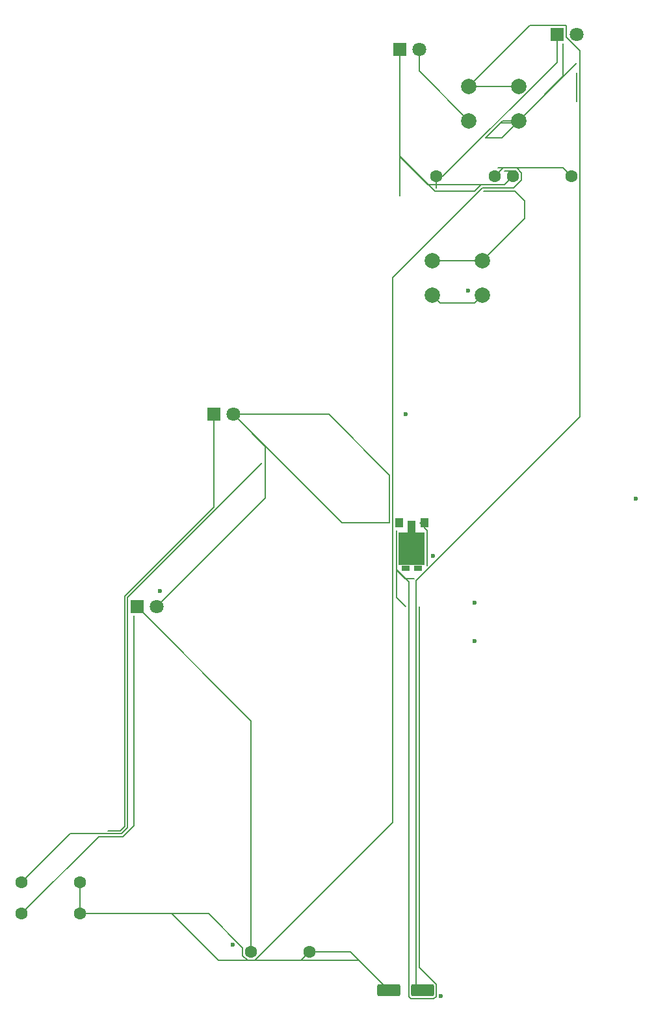
<source format=gbr>
%TF.GenerationSoftware,KiCad,Pcbnew,9.0.2*%
%TF.CreationDate,2025-06-05T12:57:38-04:00*%
%TF.ProjectId,athena workshop,61746865-6e61-4207-976f-726b73686f70,rev?*%
%TF.SameCoordinates,Original*%
%TF.FileFunction,Copper,L1,Top*%
%TF.FilePolarity,Positive*%
%FSLAX46Y46*%
G04 Gerber Fmt 4.6, Leading zero omitted, Abs format (unit mm)*
G04 Created by KiCad (PCBNEW 9.0.2) date 2025-06-05 12:57:38*
%MOMM*%
%LPD*%
G01*
G04 APERTURE LIST*
G04 Aperture macros list*
%AMRoundRect*
0 Rectangle with rounded corners*
0 $1 Rounding radius*
0 $2 $3 $4 $5 $6 $7 $8 $9 X,Y pos of 4 corners*
0 Add a 4 corners polygon primitive as box body*
4,1,4,$2,$3,$4,$5,$6,$7,$8,$9,$2,$3,0*
0 Add four circle primitives for the rounded corners*
1,1,$1+$1,$2,$3*
1,1,$1+$1,$4,$5*
1,1,$1+$1,$6,$7*
1,1,$1+$1,$8,$9*
0 Add four rect primitives between the rounded corners*
20,1,$1+$1,$2,$3,$4,$5,0*
20,1,$1+$1,$4,$5,$6,$7,0*
20,1,$1+$1,$6,$7,$8,$9,0*
20,1,$1+$1,$8,$9,$2,$3,0*%
G04 Aperture macros list end*
%TA.AperFunction,ComponentPad*%
%ADD10C,1.600000*%
%TD*%
%TA.AperFunction,SMDPad,CuDef*%
%ADD11R,1.100000X1.300000*%
%TD*%
%TA.AperFunction,SMDPad,CuDef*%
%ADD12R,1.000000X0.650000*%
%TD*%
%TA.AperFunction,SMDPad,CuDef*%
%ADD13R,1.000000X1.500000*%
%TD*%
%TA.AperFunction,SMDPad,CuDef*%
%ADD14R,3.400000X4.300000*%
%TD*%
%TA.AperFunction,ComponentPad*%
%ADD15R,1.800000X1.800000*%
%TD*%
%TA.AperFunction,ComponentPad*%
%ADD16C,1.800000*%
%TD*%
%TA.AperFunction,SMDPad,CuDef*%
%ADD17RoundRect,0.250000X-1.250000X-0.550000X1.250000X-0.550000X1.250000X0.550000X-1.250000X0.550000X0*%
%TD*%
%TA.AperFunction,ComponentPad*%
%ADD18C,2.000000*%
%TD*%
%TA.AperFunction,ViaPad*%
%ADD19C,0.600000*%
%TD*%
%TA.AperFunction,Conductor*%
%ADD20C,0.200000*%
%TD*%
G04 APERTURE END LIST*
D10*
%TO.P,R3,2*%
%TO.N,Net-(BT1--)*%
X102500000Y-160000000D03*
%TO.P,R3,1*%
%TO.N,Net-(D4-K)*%
X94880000Y-160000000D03*
%TD*%
%TO.P,R5,2*%
%TO.N,Net-(BT1--)*%
X72620000Y-155000000D03*
%TO.P,R5,1*%
%TO.N,Net-(D3-K)*%
X65000000Y-155000000D03*
%TD*%
%TO.P,R4,1*%
%TO.N,Net-(M1--)*%
X65000000Y-150950000D03*
%TO.P,R4,2*%
%TO.N,Net-(BT1--)*%
X72620000Y-150950000D03*
%TD*%
D11*
%TO.P,M1,1,+*%
%TO.N,Net-(D3-A)*%
X114150000Y-104125000D03*
%TO.P,M1,2,-*%
%TO.N,Net-(M1--)*%
X117450000Y-104125000D03*
D12*
%TO.P,M1,SH*%
%TO.N,N/C*%
X115000000Y-110000000D03*
D13*
X115800000Y-104625000D03*
D14*
X115800000Y-107525000D03*
D12*
X116600000Y-110000000D03*
%TD*%
D15*
%TO.P,D3,1,K*%
%TO.N,Net-(D3-K)*%
X90000000Y-90000000D03*
D16*
%TO.P,D3,2,A*%
%TO.N,Net-(D3-A)*%
X92540000Y-90000000D03*
%TD*%
D15*
%TO.P,D4,1,K*%
%TO.N,Net-(D4-K)*%
X80000000Y-115000000D03*
D16*
%TO.P,D4,2,A*%
%TO.N,Net-(D3-A)*%
X82540000Y-115000000D03*
%TD*%
D17*
%TO.P,C1,2*%
%TO.N,Net-(BT1-+)*%
X117200000Y-165000000D03*
%TO.P,C1,1*%
%TO.N,Net-(BT1--)*%
X112800000Y-165000000D03*
%TD*%
D18*
%TO.P,SW2,1,1*%
%TO.N,Net-(D1-A)*%
X118500000Y-70000000D03*
X125000000Y-70000000D03*
%TO.P,SW2,2,2*%
%TO.N,Net-(D3-A)*%
X118500000Y-74500000D03*
X125000000Y-74500000D03*
%TD*%
%TO.P,SW1,1,1*%
%TO.N,Net-(BT1-+)*%
X123250000Y-47250000D03*
X129750000Y-47250000D03*
%TO.P,SW1,2,2*%
%TO.N,Net-(D1-A)*%
X123250000Y-51750000D03*
X129750000Y-51750000D03*
%TD*%
D15*
%TO.P,D2,1,K*%
%TO.N,Net-(D2-K)*%
X134725000Y-40500000D03*
D16*
%TO.P,D2,2,A*%
%TO.N,Net-(D1-A)*%
X137265000Y-40500000D03*
%TD*%
D10*
%TO.P,R2,1*%
%TO.N,Net-(D2-K)*%
X119000000Y-59000000D03*
%TO.P,R2,2*%
%TO.N,Net-(BT1--)*%
X126620000Y-59000000D03*
%TD*%
D15*
%TO.P,D1,1,K*%
%TO.N,Net-(D1-K)*%
X114225000Y-42500000D03*
D16*
%TO.P,D1,2,A*%
%TO.N,Net-(D1-A)*%
X116765000Y-42500000D03*
%TD*%
D10*
%TO.P,R1,1*%
%TO.N,Net-(D1-K)*%
X129000000Y-59000000D03*
%TO.P,R1,2*%
%TO.N,Net-(BT1--)*%
X136620000Y-59000000D03*
%TD*%
D19*
%TO.N,*%
X92500000Y-159050000D03*
X92500000Y-159050000D03*
X119580000Y-165750000D03*
%TO.N,Net-(D3-A)*%
X118500000Y-74500000D03*
X118500000Y-74500000D03*
X118500000Y-74500000D03*
X118500000Y-74500000D03*
%TO.N,*%
X123110000Y-73910000D03*
X145000000Y-100950000D03*
X145000000Y-100950000D03*
X118590000Y-108435000D03*
X83040000Y-113030000D03*
X123980000Y-119525000D03*
X123980000Y-114525000D03*
X115000000Y-90000000D03*
%TD*%
D20*
%TO.N,Net-(BT1--)*%
X108901000Y-161101000D02*
X101399000Y-161101000D01*
X112800000Y-165000000D02*
X108901000Y-161101000D01*
%TO.N,Net-(D2-K)*%
X134725000Y-44114892D02*
X134725000Y-40500000D01*
X119839892Y-59000000D02*
X134725000Y-44114892D01*
X119000000Y-59000000D02*
X119839892Y-59000000D01*
%TO.N,Net-(D1-K)*%
X129289950Y-58300000D02*
X127887100Y-58300000D01*
X129494975Y-59494975D02*
X129494975Y-58505025D01*
X129494975Y-58505025D02*
X129289950Y-58300000D01*
%TO.N,Net-(D1-A)*%
X118500000Y-70000000D02*
X125000000Y-70000000D01*
%TO.N,Net-(D3-A)*%
X105000000Y-90000000D02*
X112898000Y-97898000D01*
X112898000Y-97898000D02*
X112898000Y-104125000D01*
X92540000Y-90000000D02*
X105000000Y-90000000D01*
X96700000Y-94160000D02*
X92540000Y-90000000D01*
X82540000Y-115000000D02*
X96700000Y-100840000D01*
X96700000Y-100840000D02*
X96700000Y-94160000D01*
%TO.N,Net-(D4-K)*%
X94880000Y-129880000D02*
X80000000Y-115000000D01*
X94880000Y-160000000D02*
X94880000Y-129880000D01*
%TO.N,Net-(BT1--)*%
X107800000Y-160000000D02*
X102500000Y-160000000D01*
X112800000Y-165000000D02*
X107800000Y-160000000D01*
%TO.N,Net-(D1-K)*%
X129000000Y-59000000D02*
X129494975Y-59494975D01*
%TO.N,Net-(BT1--)*%
X89312900Y-155000000D02*
X72620000Y-155000000D01*
X93779000Y-159466100D02*
X89312900Y-155000000D01*
X93779000Y-160456050D02*
X93779000Y-159466100D01*
X94423950Y-161101000D02*
X93779000Y-160456050D01*
X95336050Y-161101000D02*
X94423950Y-161101000D01*
X129055050Y-60502000D02*
X125000000Y-60502000D01*
X130101000Y-59456050D02*
X129055050Y-60502000D01*
X130101000Y-58543950D02*
X130101000Y-59456050D01*
X125000000Y-60502000D02*
X113299000Y-72203000D01*
X129456050Y-57899000D02*
X130101000Y-58543950D01*
X113299000Y-72203000D02*
X113299000Y-143138050D01*
X113299000Y-143138050D02*
X95336050Y-161101000D01*
X127721000Y-57899000D02*
X129456050Y-57899000D01*
%TO.N,Net-(D1-A)*%
X116765000Y-45265000D02*
X123250000Y-51750000D01*
X116765000Y-42500000D02*
X116765000Y-45265000D01*
%TO.N,Net-(D3-K)*%
X78398000Y-143632900D02*
X77832900Y-144198000D01*
X90000000Y-102030900D02*
X78398000Y-113632900D01*
X77832900Y-144198000D02*
X76262088Y-144198000D01*
X90000000Y-90000000D02*
X90000000Y-102030900D01*
X78398000Y-113632900D02*
X78398000Y-143632900D01*
%TO.N,Net-(D3-A)*%
X119500000Y-75500000D02*
X118500000Y-74500000D01*
X124000000Y-75500000D02*
X119500000Y-75500000D01*
X125000000Y-74500000D02*
X124000000Y-75500000D01*
%TO.N,*%
X116801000Y-162014840D02*
X116801000Y-115000000D01*
X119001000Y-164214840D02*
X116801000Y-162014840D01*
X119001000Y-165785160D02*
X119001000Y-164214840D01*
X118685160Y-166101000D02*
X119001000Y-165785160D01*
X115714840Y-166101000D02*
X118685160Y-166101000D01*
X115399000Y-165785160D02*
X115714840Y-166101000D01*
X115399000Y-111826000D02*
X115399000Y-165785160D01*
X113799000Y-110226000D02*
X115399000Y-111826000D01*
X113799000Y-110226000D02*
X113799000Y-105076000D01*
X114916450Y-111343450D02*
X116116450Y-111343450D01*
X113823000Y-110250000D02*
X114916450Y-111343450D01*
X114916450Y-111343450D02*
X113799000Y-110226000D01*
X113823000Y-110000000D02*
X113823000Y-110250000D01*
X113799000Y-105076000D02*
X113799000Y-109976000D01*
X113799000Y-109976000D02*
X113823000Y-110000000D01*
X113799000Y-113799000D02*
X113799000Y-105076000D01*
X115000000Y-115000000D02*
X113799000Y-113799000D01*
%TO.N,Net-(D3-A)*%
X106665000Y-104125000D02*
X112898000Y-104125000D01*
X92540000Y-90000000D02*
X106665000Y-104125000D01*
%TO.N,Net-(M1--)*%
X117801000Y-105074000D02*
X117801000Y-109658900D01*
X117450000Y-104125000D02*
X116852000Y-104125000D01*
X116852000Y-104125000D02*
X117801000Y-105074000D01*
%TO.N,Net-(BT1-+)*%
X129750000Y-47250000D02*
X123250000Y-47250000D01*
X131201000Y-39299000D02*
X123250000Y-47250000D01*
X135926000Y-39299000D02*
X131201000Y-39299000D01*
X137721000Y-42654471D02*
X135926000Y-40859471D01*
X135926000Y-40859471D02*
X135926000Y-39299000D01*
X137721000Y-90306000D02*
X137721000Y-42654471D01*
X116400000Y-111627000D02*
X137721000Y-90306000D01*
%TO.N,Net-(D1-K)*%
X127899000Y-60101000D02*
X129000000Y-59000000D01*
X124004008Y-60930892D02*
X124833900Y-60101000D01*
X118833900Y-60930892D02*
X124004008Y-60930892D01*
X114225000Y-56321992D02*
X118833900Y-60930892D01*
X124833900Y-60101000D02*
X127899000Y-60101000D01*
X114225000Y-42500000D02*
X114225000Y-56321992D01*
%TO.N,Net-(D1-A)*%
X135525000Y-45975000D02*
X135525000Y-41701000D01*
X129750000Y-51750000D02*
X135525000Y-45975000D01*
X129221150Y-60903000D02*
X125166100Y-60903000D01*
X125000000Y-70000000D02*
X130502000Y-64498000D01*
X130502000Y-64498000D02*
X130502000Y-62183850D01*
X130502000Y-62183850D02*
X129221150Y-60903000D01*
%TO.N,Net-(D3-K)*%
X75000000Y-145000000D02*
X78165100Y-145000000D01*
X65000000Y-155000000D02*
X75000000Y-145000000D01*
X78165100Y-145000000D02*
X79599000Y-143566100D01*
X79599000Y-143566100D02*
X79599000Y-116201000D01*
%TO.N,Net-(M1--)*%
X78799000Y-113799000D02*
X96299000Y-96299000D01*
X78799000Y-143799000D02*
X78799000Y-113799000D01*
X77999000Y-144599000D02*
X78799000Y-143799000D01*
X71351000Y-144599000D02*
X77999000Y-144599000D01*
X65000000Y-150950000D02*
X71351000Y-144599000D01*
%TO.N,Net-(BT1--)*%
X135519000Y-57899000D02*
X136620000Y-59000000D01*
X127721000Y-57899000D02*
X135519000Y-57899000D01*
X126620000Y-59000000D02*
X127721000Y-57899000D01*
X72620000Y-150950000D02*
X72620000Y-155000000D01*
X84535333Y-155000000D02*
X72620000Y-155000000D01*
X90636333Y-161101000D02*
X84535333Y-155000000D01*
X101399000Y-161101000D02*
X90636333Y-161101000D01*
X102500000Y-160000000D02*
X101399000Y-161101000D01*
%TO.N,Net-(BT1-+)*%
X116400000Y-164200000D02*
X116400000Y-111627000D01*
X117200000Y-165000000D02*
X116400000Y-164200000D01*
%TO.N,Net-(BT1--)*%
X135519000Y-57899000D02*
X127031000Y-57899000D01*
%TO.N,Net-(D1-A)*%
X137265000Y-45500000D02*
X137265000Y-49235000D01*
X127406992Y-52000000D02*
X125453496Y-53953496D01*
X128750000Y-51750000D02*
X127656992Y-51750000D01*
X127546504Y-53953496D02*
X125453496Y-53953496D01*
X127656992Y-51750000D02*
X125453496Y-53953496D01*
X129750000Y-51750000D02*
X130000000Y-52000000D01*
X130000000Y-52000000D02*
X129000000Y-52000000D01*
X129000000Y-52000000D02*
X127406992Y-52000000D01*
X129000000Y-52000000D02*
X128750000Y-51750000D01*
X129750000Y-51750000D02*
X127546504Y-53953496D01*
%TO.N,Net-(D1-K)*%
X114225000Y-47500000D02*
X114225000Y-61472050D01*
X117853950Y-60101000D02*
X127899000Y-60101000D01*
X114225000Y-56472050D02*
X117853950Y-60101000D01*
%TO.N,Net-(D2-K)*%
X119000000Y-59000000D02*
X119000000Y-60529892D01*
%TO.N,Net-(D1-A)*%
X137265000Y-44235000D02*
X129750000Y-51750000D01*
%TD*%
M02*

</source>
